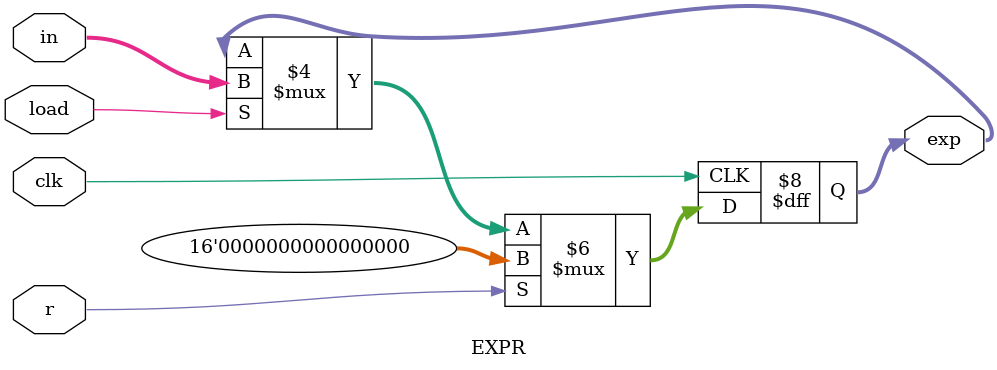
<source format=v>
module EXPR(
    input clk,
    input [15:0]in,
    input load,
    input r,
    output reg [15:0] exp
);
always @(posedge clk) begin
    if (load == 1)
        exp <= in;
    if(r == 1)
        exp <= 0;
end
endmodule
</source>
